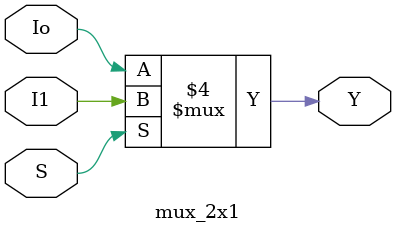
<source format=sv>
module mux_2x1 (
    input Io,
    input I1,
    input S,
    output reg Y
);

always @(*) begin 
if(S==1'b0) begin
Y=Io;
end else begin 
Y=I1;
end
end

//using case(S)
// 1'b0: Y=Io;
// 1'b1: Y=I1;
//endcase
endmodule 
</source>
